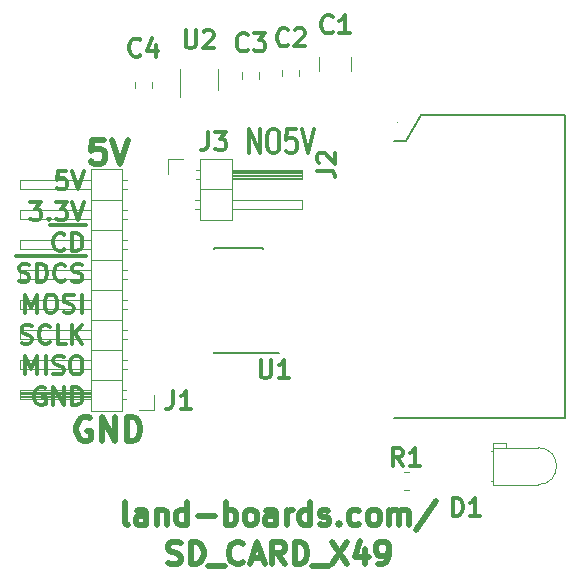
<source format=gto>
G04 #@! TF.GenerationSoftware,KiCad,Pcbnew,(5.1.10)-1*
G04 #@! TF.CreationDate,2022-05-02T10:13:03-04:00*
G04 #@! TF.ProjectId,SD_CARD_X49,53445f43-4152-4445-9f58-34392e6b6963,1*
G04 #@! TF.SameCoordinates,Original*
G04 #@! TF.FileFunction,Legend,Top*
G04 #@! TF.FilePolarity,Positive*
%FSLAX46Y46*%
G04 Gerber Fmt 4.6, Leading zero omitted, Abs format (unit mm)*
G04 Created by KiCad (PCBNEW (5.1.10)-1) date 2022-05-02 10:13:03*
%MOMM*%
%LPD*%
G01*
G04 APERTURE LIST*
%ADD10C,0.304800*%
%ADD11C,0.476250*%
%ADD12C,0.508000*%
%ADD13C,0.120000*%
%ADD14C,0.010000*%
%ADD15C,0.150000*%
G04 APERTURE END LIST*
D10*
X31931428Y-23017238D02*
X31931428Y-20985238D01*
X32802285Y-23017238D01*
X32802285Y-20985238D01*
X33818285Y-20985238D02*
X34108571Y-20985238D01*
X34253714Y-21082000D01*
X34398857Y-21275523D01*
X34471428Y-21662571D01*
X34471428Y-22339904D01*
X34398857Y-22726952D01*
X34253714Y-22920476D01*
X34108571Y-23017238D01*
X33818285Y-23017238D01*
X33673142Y-22920476D01*
X33528000Y-22726952D01*
X33455428Y-22339904D01*
X33455428Y-21662571D01*
X33528000Y-21275523D01*
X33673142Y-21082000D01*
X33818285Y-20985238D01*
X35850285Y-20985238D02*
X35124571Y-20985238D01*
X35052000Y-21952857D01*
X35124571Y-21856095D01*
X35269714Y-21759333D01*
X35632571Y-21759333D01*
X35777714Y-21856095D01*
X35850285Y-21952857D01*
X35922857Y-22146380D01*
X35922857Y-22630190D01*
X35850285Y-22823714D01*
X35777714Y-22920476D01*
X35632571Y-23017238D01*
X35269714Y-23017238D01*
X35124571Y-22920476D01*
X35052000Y-22823714D01*
X36358285Y-20985238D02*
X36866285Y-23017238D01*
X37374285Y-20985238D01*
X16420737Y-24567998D02*
X15695022Y-24567998D01*
X15622451Y-25299760D01*
X15695022Y-25226584D01*
X15840165Y-25153408D01*
X16203022Y-25153408D01*
X16348165Y-25226584D01*
X16420737Y-25299760D01*
X16493308Y-25446113D01*
X16493308Y-25811994D01*
X16420737Y-25958346D01*
X16348165Y-26031522D01*
X16203022Y-26104698D01*
X15840165Y-26104698D01*
X15695022Y-26031522D01*
X15622451Y-25958346D01*
X16928737Y-24567998D02*
X17436737Y-26104698D01*
X17944737Y-24567998D01*
X13372737Y-27177848D02*
X14316165Y-27177848D01*
X13808165Y-27763258D01*
X14025880Y-27763258D01*
X14171022Y-27836434D01*
X14243594Y-27909610D01*
X14316165Y-28055963D01*
X14316165Y-28421844D01*
X14243594Y-28568196D01*
X14171022Y-28641372D01*
X14025880Y-28714548D01*
X13590451Y-28714548D01*
X13445308Y-28641372D01*
X13372737Y-28568196D01*
X14969308Y-28568196D02*
X15041880Y-28641372D01*
X14969308Y-28714548D01*
X14896737Y-28641372D01*
X14969308Y-28568196D01*
X14969308Y-28714548D01*
X15549880Y-27177848D02*
X16493308Y-27177848D01*
X15985308Y-27763258D01*
X16203022Y-27763258D01*
X16348165Y-27836434D01*
X16420737Y-27909610D01*
X16493308Y-28055963D01*
X16493308Y-28421844D01*
X16420737Y-28568196D01*
X16348165Y-28641372D01*
X16203022Y-28714548D01*
X15767594Y-28714548D01*
X15622451Y-28641372D01*
X15549880Y-28568196D01*
X16928737Y-27177848D02*
X17436737Y-28714548D01*
X17944737Y-27177848D01*
X15041880Y-29126561D02*
X16565880Y-29126561D01*
X16275594Y-31178046D02*
X16203022Y-31251222D01*
X15985308Y-31324398D01*
X15840165Y-31324398D01*
X15622451Y-31251222D01*
X15477308Y-31104870D01*
X15404737Y-30958517D01*
X15332165Y-30665813D01*
X15332165Y-30446284D01*
X15404737Y-30153579D01*
X15477308Y-30007227D01*
X15622451Y-29860875D01*
X15840165Y-29787698D01*
X15985308Y-29787698D01*
X16203022Y-29860875D01*
X16275594Y-29934051D01*
X16565880Y-29126561D02*
X18089880Y-29126561D01*
X16928737Y-31324398D02*
X16928737Y-29787698D01*
X17291594Y-29787698D01*
X17509308Y-29860875D01*
X17654451Y-30007227D01*
X17727022Y-30153579D01*
X17799594Y-30446284D01*
X17799594Y-30665813D01*
X17727022Y-30958517D01*
X17654451Y-31104870D01*
X17509308Y-31251222D01*
X17291594Y-31324398D01*
X16928737Y-31324398D01*
X12139022Y-31736411D02*
X13590451Y-31736411D01*
X12429308Y-33861072D02*
X12647022Y-33934248D01*
X13009880Y-33934248D01*
X13155022Y-33861072D01*
X13227594Y-33787896D01*
X13300165Y-33641544D01*
X13300165Y-33495191D01*
X13227594Y-33348839D01*
X13155022Y-33275663D01*
X13009880Y-33202486D01*
X12719594Y-33129310D01*
X12574451Y-33056134D01*
X12501880Y-32982958D01*
X12429308Y-32836605D01*
X12429308Y-32690253D01*
X12501880Y-32543901D01*
X12574451Y-32470725D01*
X12719594Y-32397548D01*
X13082451Y-32397548D01*
X13300165Y-32470725D01*
X13590451Y-31736411D02*
X15114451Y-31736411D01*
X13953308Y-33934248D02*
X13953308Y-32397548D01*
X14316165Y-32397548D01*
X14533880Y-32470725D01*
X14679022Y-32617077D01*
X14751594Y-32763429D01*
X14824165Y-33056134D01*
X14824165Y-33275663D01*
X14751594Y-33568367D01*
X14679022Y-33714720D01*
X14533880Y-33861072D01*
X14316165Y-33934248D01*
X13953308Y-33934248D01*
X15114451Y-31736411D02*
X16638451Y-31736411D01*
X16348165Y-33787896D02*
X16275594Y-33861072D01*
X16057880Y-33934248D01*
X15912737Y-33934248D01*
X15695022Y-33861072D01*
X15549880Y-33714720D01*
X15477308Y-33568367D01*
X15404737Y-33275663D01*
X15404737Y-33056134D01*
X15477308Y-32763429D01*
X15549880Y-32617077D01*
X15695022Y-32470725D01*
X15912737Y-32397548D01*
X16057880Y-32397548D01*
X16275594Y-32470725D01*
X16348165Y-32543901D01*
X16638451Y-31736411D02*
X18089880Y-31736411D01*
X16928737Y-33861072D02*
X17146451Y-33934248D01*
X17509308Y-33934248D01*
X17654451Y-33861072D01*
X17727022Y-33787896D01*
X17799594Y-33641544D01*
X17799594Y-33495191D01*
X17727022Y-33348839D01*
X17654451Y-33275663D01*
X17509308Y-33202486D01*
X17219022Y-33129310D01*
X17073880Y-33056134D01*
X17001308Y-32982958D01*
X16928737Y-32836605D01*
X16928737Y-32690253D01*
X17001308Y-32543901D01*
X17073880Y-32470725D01*
X17219022Y-32397548D01*
X17581880Y-32397548D01*
X17799594Y-32470725D01*
X12937308Y-36544098D02*
X12937308Y-35007398D01*
X13445308Y-36105041D01*
X13953308Y-35007398D01*
X13953308Y-36544098D01*
X14969308Y-35007398D02*
X15259594Y-35007398D01*
X15404737Y-35080575D01*
X15549880Y-35226927D01*
X15622451Y-35519632D01*
X15622451Y-36031865D01*
X15549880Y-36324570D01*
X15404737Y-36470922D01*
X15259594Y-36544098D01*
X14969308Y-36544098D01*
X14824165Y-36470922D01*
X14679022Y-36324570D01*
X14606451Y-36031865D01*
X14606451Y-35519632D01*
X14679022Y-35226927D01*
X14824165Y-35080575D01*
X14969308Y-35007398D01*
X16203022Y-36470922D02*
X16420737Y-36544098D01*
X16783594Y-36544098D01*
X16928737Y-36470922D01*
X17001308Y-36397746D01*
X17073880Y-36251394D01*
X17073880Y-36105041D01*
X17001308Y-35958689D01*
X16928737Y-35885513D01*
X16783594Y-35812336D01*
X16493308Y-35739160D01*
X16348165Y-35665984D01*
X16275594Y-35592808D01*
X16203022Y-35446455D01*
X16203022Y-35300103D01*
X16275594Y-35153751D01*
X16348165Y-35080575D01*
X16493308Y-35007398D01*
X16856165Y-35007398D01*
X17073880Y-35080575D01*
X17727022Y-36544098D02*
X17727022Y-35007398D01*
X12647022Y-39080772D02*
X12864737Y-39153948D01*
X13227594Y-39153948D01*
X13372737Y-39080772D01*
X13445308Y-39007596D01*
X13517879Y-38861244D01*
X13517879Y-38714891D01*
X13445308Y-38568539D01*
X13372737Y-38495363D01*
X13227594Y-38422186D01*
X12937308Y-38349010D01*
X12792165Y-38275834D01*
X12719594Y-38202658D01*
X12647022Y-38056305D01*
X12647022Y-37909953D01*
X12719594Y-37763601D01*
X12792165Y-37690425D01*
X12937308Y-37617248D01*
X13300165Y-37617248D01*
X13517879Y-37690425D01*
X15041880Y-39007596D02*
X14969308Y-39080772D01*
X14751594Y-39153948D01*
X14606451Y-39153948D01*
X14388737Y-39080772D01*
X14243594Y-38934420D01*
X14171022Y-38788067D01*
X14098451Y-38495363D01*
X14098451Y-38275834D01*
X14171022Y-37983129D01*
X14243594Y-37836777D01*
X14388737Y-37690425D01*
X14606451Y-37617248D01*
X14751594Y-37617248D01*
X14969308Y-37690425D01*
X15041880Y-37763601D01*
X16420737Y-39153948D02*
X15695022Y-39153948D01*
X15695022Y-37617248D01*
X16928737Y-39153948D02*
X16928737Y-37617248D01*
X17799594Y-39153948D02*
X17146451Y-38275834D01*
X17799594Y-37617248D02*
X16928737Y-38495363D01*
X12937308Y-41763798D02*
X12937308Y-40227098D01*
X13445308Y-41324741D01*
X13953308Y-40227098D01*
X13953308Y-41763798D01*
X14679022Y-41763798D02*
X14679022Y-40227098D01*
X15332165Y-41690622D02*
X15549880Y-41763798D01*
X15912737Y-41763798D01*
X16057880Y-41690622D01*
X16130451Y-41617446D01*
X16203022Y-41471094D01*
X16203022Y-41324741D01*
X16130451Y-41178389D01*
X16057880Y-41105213D01*
X15912737Y-41032036D01*
X15622451Y-40958860D01*
X15477308Y-40885684D01*
X15404737Y-40812508D01*
X15332165Y-40666155D01*
X15332165Y-40519803D01*
X15404737Y-40373451D01*
X15477308Y-40300275D01*
X15622451Y-40227098D01*
X15985308Y-40227098D01*
X16203022Y-40300275D01*
X17146451Y-40227098D02*
X17436737Y-40227098D01*
X17581880Y-40300275D01*
X17727022Y-40446627D01*
X17799594Y-40739332D01*
X17799594Y-41251565D01*
X17727022Y-41544270D01*
X17581880Y-41690622D01*
X17436737Y-41763798D01*
X17146451Y-41763798D01*
X17001308Y-41690622D01*
X16856165Y-41544270D01*
X16783594Y-41251565D01*
X16783594Y-40739332D01*
X16856165Y-40446627D01*
X17001308Y-40300275D01*
X17146451Y-40227098D01*
X14606451Y-42910125D02*
X14461308Y-42836948D01*
X14243594Y-42836948D01*
X14025880Y-42910125D01*
X13880737Y-43056477D01*
X13808165Y-43202829D01*
X13735594Y-43495534D01*
X13735594Y-43715063D01*
X13808165Y-44007767D01*
X13880737Y-44154120D01*
X14025880Y-44300472D01*
X14243594Y-44373648D01*
X14388737Y-44373648D01*
X14606451Y-44300472D01*
X14679022Y-44227296D01*
X14679022Y-43715063D01*
X14388737Y-43715063D01*
X15332165Y-44373648D02*
X15332165Y-42836948D01*
X16203022Y-44373648D01*
X16203022Y-42836948D01*
X16928737Y-44373648D02*
X16928737Y-42836948D01*
X17291594Y-42836948D01*
X17509308Y-42910125D01*
X17654451Y-43056477D01*
X17727022Y-43202829D01*
X17799594Y-43495534D01*
X17799594Y-43715063D01*
X17727022Y-44007767D01*
X17654451Y-44154120D01*
X17509308Y-44300472D01*
X17291594Y-44373648D01*
X16928737Y-44373648D01*
D11*
X21654642Y-54494910D02*
X21473214Y-54404196D01*
X21382499Y-54222767D01*
X21382499Y-52589910D01*
X23196785Y-54494910D02*
X23196785Y-53497053D01*
X23106071Y-53315625D01*
X22924642Y-53224910D01*
X22561785Y-53224910D01*
X22380357Y-53315625D01*
X23196785Y-54404196D02*
X23015357Y-54494910D01*
X22561785Y-54494910D01*
X22380357Y-54404196D01*
X22289642Y-54222767D01*
X22289642Y-54041339D01*
X22380357Y-53859910D01*
X22561785Y-53769196D01*
X23015357Y-53769196D01*
X23196785Y-53678482D01*
X24103928Y-53224910D02*
X24103928Y-54494910D01*
X24103928Y-53406339D02*
X24194642Y-53315625D01*
X24376071Y-53224910D01*
X24648214Y-53224910D01*
X24829642Y-53315625D01*
X24920357Y-53497053D01*
X24920357Y-54494910D01*
X26643928Y-54494910D02*
X26643928Y-52589910D01*
X26643928Y-54404196D02*
X26462499Y-54494910D01*
X26099642Y-54494910D01*
X25918214Y-54404196D01*
X25827499Y-54313482D01*
X25736785Y-54132053D01*
X25736785Y-53587767D01*
X25827499Y-53406339D01*
X25918214Y-53315625D01*
X26099642Y-53224910D01*
X26462499Y-53224910D01*
X26643928Y-53315625D01*
X27551071Y-53769196D02*
X29002499Y-53769196D01*
X29909642Y-54494910D02*
X29909642Y-52589910D01*
X29909642Y-53315625D02*
X30091071Y-53224910D01*
X30453928Y-53224910D01*
X30635357Y-53315625D01*
X30726071Y-53406339D01*
X30816785Y-53587767D01*
X30816785Y-54132053D01*
X30726071Y-54313482D01*
X30635357Y-54404196D01*
X30453928Y-54494910D01*
X30091071Y-54494910D01*
X29909642Y-54404196D01*
X31905357Y-54494910D02*
X31723928Y-54404196D01*
X31633214Y-54313482D01*
X31542499Y-54132053D01*
X31542499Y-53587767D01*
X31633214Y-53406339D01*
X31723928Y-53315625D01*
X31905357Y-53224910D01*
X32177499Y-53224910D01*
X32358928Y-53315625D01*
X32449642Y-53406339D01*
X32540357Y-53587767D01*
X32540357Y-54132053D01*
X32449642Y-54313482D01*
X32358928Y-54404196D01*
X32177499Y-54494910D01*
X31905357Y-54494910D01*
X34173214Y-54494910D02*
X34173214Y-53497053D01*
X34082500Y-53315625D01*
X33901071Y-53224910D01*
X33538214Y-53224910D01*
X33356785Y-53315625D01*
X34173214Y-54404196D02*
X33991785Y-54494910D01*
X33538214Y-54494910D01*
X33356785Y-54404196D01*
X33266071Y-54222767D01*
X33266071Y-54041339D01*
X33356785Y-53859910D01*
X33538214Y-53769196D01*
X33991785Y-53769196D01*
X34173214Y-53678482D01*
X35080357Y-54494910D02*
X35080357Y-53224910D01*
X35080357Y-53587767D02*
X35171071Y-53406339D01*
X35261785Y-53315625D01*
X35443214Y-53224910D01*
X35624642Y-53224910D01*
X37076071Y-54494910D02*
X37076071Y-52589910D01*
X37076071Y-54404196D02*
X36894642Y-54494910D01*
X36531785Y-54494910D01*
X36350357Y-54404196D01*
X36259642Y-54313482D01*
X36168928Y-54132053D01*
X36168928Y-53587767D01*
X36259642Y-53406339D01*
X36350357Y-53315625D01*
X36531785Y-53224910D01*
X36894642Y-53224910D01*
X37076071Y-53315625D01*
X37892500Y-54404196D02*
X38073928Y-54494910D01*
X38436785Y-54494910D01*
X38618214Y-54404196D01*
X38708928Y-54222767D01*
X38708928Y-54132053D01*
X38618214Y-53950625D01*
X38436785Y-53859910D01*
X38164642Y-53859910D01*
X37983214Y-53769196D01*
X37892500Y-53587767D01*
X37892500Y-53497053D01*
X37983214Y-53315625D01*
X38164642Y-53224910D01*
X38436785Y-53224910D01*
X38618214Y-53315625D01*
X39525357Y-54313482D02*
X39616071Y-54404196D01*
X39525357Y-54494910D01*
X39434642Y-54404196D01*
X39525357Y-54313482D01*
X39525357Y-54494910D01*
X41248928Y-54404196D02*
X41067500Y-54494910D01*
X40704642Y-54494910D01*
X40523214Y-54404196D01*
X40432500Y-54313482D01*
X40341785Y-54132053D01*
X40341785Y-53587767D01*
X40432500Y-53406339D01*
X40523214Y-53315625D01*
X40704642Y-53224910D01*
X41067500Y-53224910D01*
X41248928Y-53315625D01*
X42337500Y-54494910D02*
X42156071Y-54404196D01*
X42065357Y-54313482D01*
X41974642Y-54132053D01*
X41974642Y-53587767D01*
X42065357Y-53406339D01*
X42156071Y-53315625D01*
X42337500Y-53224910D01*
X42609642Y-53224910D01*
X42791071Y-53315625D01*
X42881785Y-53406339D01*
X42972500Y-53587767D01*
X42972500Y-54132053D01*
X42881785Y-54313482D01*
X42791071Y-54404196D01*
X42609642Y-54494910D01*
X42337500Y-54494910D01*
X43788928Y-54494910D02*
X43788928Y-53224910D01*
X43788928Y-53406339D02*
X43879642Y-53315625D01*
X44061071Y-53224910D01*
X44333214Y-53224910D01*
X44514642Y-53315625D01*
X44605357Y-53497053D01*
X44605357Y-54494910D01*
X44605357Y-53497053D02*
X44696071Y-53315625D01*
X44877500Y-53224910D01*
X45149642Y-53224910D01*
X45331071Y-53315625D01*
X45421785Y-53497053D01*
X45421785Y-54494910D01*
X47689642Y-52499196D02*
X46056785Y-54948482D01*
X25056428Y-57737946D02*
X25328571Y-57828660D01*
X25782142Y-57828660D01*
X25963571Y-57737946D01*
X26054285Y-57647232D01*
X26145000Y-57465803D01*
X26145000Y-57284375D01*
X26054285Y-57102946D01*
X25963571Y-57012232D01*
X25782142Y-56921517D01*
X25419285Y-56830803D01*
X25237857Y-56740089D01*
X25147142Y-56649375D01*
X25056428Y-56467946D01*
X25056428Y-56286517D01*
X25147142Y-56105089D01*
X25237857Y-56014375D01*
X25419285Y-55923660D01*
X25872857Y-55923660D01*
X26145000Y-56014375D01*
X26961428Y-57828660D02*
X26961428Y-55923660D01*
X27415000Y-55923660D01*
X27687142Y-56014375D01*
X27868571Y-56195803D01*
X27959285Y-56377232D01*
X28050000Y-56740089D01*
X28050000Y-57012232D01*
X27959285Y-57375089D01*
X27868571Y-57556517D01*
X27687142Y-57737946D01*
X27415000Y-57828660D01*
X26961428Y-57828660D01*
X28412857Y-58010089D02*
X29864285Y-58010089D01*
X31406428Y-57647232D02*
X31315714Y-57737946D01*
X31043571Y-57828660D01*
X30862142Y-57828660D01*
X30590000Y-57737946D01*
X30408571Y-57556517D01*
X30317857Y-57375089D01*
X30227142Y-57012232D01*
X30227142Y-56740089D01*
X30317857Y-56377232D01*
X30408571Y-56195803D01*
X30590000Y-56014375D01*
X30862142Y-55923660D01*
X31043571Y-55923660D01*
X31315714Y-56014375D01*
X31406428Y-56105089D01*
X32132142Y-57284375D02*
X33039285Y-57284375D01*
X31950714Y-57828660D02*
X32585714Y-55923660D01*
X33220714Y-57828660D01*
X34944285Y-57828660D02*
X34309285Y-56921517D01*
X33855714Y-57828660D02*
X33855714Y-55923660D01*
X34581428Y-55923660D01*
X34762857Y-56014375D01*
X34853571Y-56105089D01*
X34944285Y-56286517D01*
X34944285Y-56558660D01*
X34853571Y-56740089D01*
X34762857Y-56830803D01*
X34581428Y-56921517D01*
X33855714Y-56921517D01*
X35760714Y-57828660D02*
X35760714Y-55923660D01*
X36214285Y-55923660D01*
X36486428Y-56014375D01*
X36667857Y-56195803D01*
X36758571Y-56377232D01*
X36849285Y-56740089D01*
X36849285Y-57012232D01*
X36758571Y-57375089D01*
X36667857Y-57556517D01*
X36486428Y-57737946D01*
X36214285Y-57828660D01*
X35760714Y-57828660D01*
X37212142Y-58010089D02*
X38663571Y-58010089D01*
X38935714Y-55923660D02*
X40205714Y-57828660D01*
X40205714Y-55923660D02*
X38935714Y-57828660D01*
X41747857Y-56558660D02*
X41747857Y-57828660D01*
X41294285Y-55832946D02*
X40840714Y-57193660D01*
X42020000Y-57193660D01*
X42836428Y-57828660D02*
X43199285Y-57828660D01*
X43380714Y-57737946D01*
X43471428Y-57647232D01*
X43652857Y-57375089D01*
X43743571Y-57012232D01*
X43743571Y-56286517D01*
X43652857Y-56105089D01*
X43562142Y-56014375D01*
X43380714Y-55923660D01*
X43017857Y-55923660D01*
X42836428Y-56014375D01*
X42745714Y-56105089D01*
X42655000Y-56286517D01*
X42655000Y-56740089D01*
X42745714Y-56921517D01*
X42836428Y-57012232D01*
X43017857Y-57102946D01*
X43380714Y-57102946D01*
X43562142Y-57012232D01*
X43652857Y-56921517D01*
X43743571Y-56740089D01*
D12*
X18451809Y-45484000D02*
X18258285Y-45387238D01*
X17968000Y-45387238D01*
X17677714Y-45484000D01*
X17484190Y-45677523D01*
X17387428Y-45871047D01*
X17290666Y-46258095D01*
X17290666Y-46548380D01*
X17387428Y-46935428D01*
X17484190Y-47128952D01*
X17677714Y-47322476D01*
X17968000Y-47419238D01*
X18161523Y-47419238D01*
X18451809Y-47322476D01*
X18548571Y-47225714D01*
X18548571Y-46548380D01*
X18161523Y-46548380D01*
X19419428Y-47419238D02*
X19419428Y-45387238D01*
X20580571Y-47419238D01*
X20580571Y-45387238D01*
X21548190Y-47419238D02*
X21548190Y-45387238D01*
X22032000Y-45387238D01*
X22322285Y-45484000D01*
X22515809Y-45677523D01*
X22612571Y-45871047D01*
X22709333Y-46258095D01*
X22709333Y-46548380D01*
X22612571Y-46935428D01*
X22515809Y-47128952D01*
X22322285Y-47322476D01*
X22032000Y-47419238D01*
X21548190Y-47419238D01*
X19612952Y-21887238D02*
X18645333Y-21887238D01*
X18548571Y-22854857D01*
X18645333Y-22758095D01*
X18838857Y-22661333D01*
X19322666Y-22661333D01*
X19516190Y-22758095D01*
X19612952Y-22854857D01*
X19709714Y-23048380D01*
X19709714Y-23532190D01*
X19612952Y-23725714D01*
X19516190Y-23822476D01*
X19322666Y-23919238D01*
X18838857Y-23919238D01*
X18645333Y-23822476D01*
X18548571Y-23725714D01*
X20290285Y-21887238D02*
X20967619Y-23919238D01*
X21644952Y-21887238D01*
D13*
X52388000Y-48260000D02*
X52388000Y-48260000D01*
X52518000Y-48260000D02*
X52388000Y-48260000D01*
X52518000Y-48260000D02*
X52518000Y-48260000D01*
X52388000Y-48260000D02*
X52518000Y-48260000D01*
X52388000Y-50800000D02*
X52388000Y-50800000D01*
X52518000Y-50800000D02*
X52388000Y-50800000D01*
X52518000Y-50800000D02*
X52518000Y-50800000D01*
X52388000Y-50800000D02*
X52518000Y-50800000D01*
X52518000Y-47970000D02*
X52518000Y-47570000D01*
X53638000Y-47970000D02*
X52518000Y-47970000D01*
X53638000Y-47570000D02*
X53638000Y-47970000D01*
X52518000Y-47570000D02*
X53638000Y-47570000D01*
X52518000Y-51090000D02*
X52518000Y-47970000D01*
X52518000Y-47970000D02*
X56378000Y-47970000D01*
X52518000Y-51090000D02*
X56378000Y-51090000D01*
X56378000Y-47970000D02*
G75*
G02*
X56378000Y-51090000I0J-1560000D01*
G01*
D14*
X44408000Y-20407000D02*
X44398000Y-20407000D01*
D15*
X45212000Y-21971000D02*
X44196000Y-21971000D01*
X46482000Y-19812000D02*
X45212000Y-21971000D01*
X55753000Y-19812000D02*
X46482000Y-19812000D01*
X44196000Y-45466000D02*
X55753000Y-45466000D01*
X58674000Y-19812000D02*
X55753000Y-19812000D01*
X58674000Y-19939000D02*
X58674000Y-19812000D01*
X58674000Y-45466000D02*
X58674000Y-19939000D01*
X55753000Y-45466000D02*
X58674000Y-45466000D01*
D13*
X26076000Y-15864000D02*
X26076000Y-18314000D01*
X29296000Y-17664000D02*
X29296000Y-15864000D01*
X23870000Y-44770000D02*
X22600000Y-44770000D01*
X23870000Y-43500000D02*
X23870000Y-44770000D01*
X21557071Y-25340000D02*
X21160000Y-25340000D01*
X21557071Y-26100000D02*
X21160000Y-26100000D01*
X12500000Y-25340000D02*
X18500000Y-25340000D01*
X12500000Y-26100000D02*
X12500000Y-25340000D01*
X18500000Y-26100000D02*
X12500000Y-26100000D01*
X21160000Y-26990000D02*
X18500000Y-26990000D01*
X21557071Y-27880000D02*
X21160000Y-27880000D01*
X21557071Y-28640000D02*
X21160000Y-28640000D01*
X12500000Y-27880000D02*
X18500000Y-27880000D01*
X12500000Y-28640000D02*
X12500000Y-27880000D01*
X18500000Y-28640000D02*
X12500000Y-28640000D01*
X21160000Y-29530000D02*
X18500000Y-29530000D01*
X21557071Y-30420000D02*
X21160000Y-30420000D01*
X21557071Y-31180000D02*
X21160000Y-31180000D01*
X12500000Y-30420000D02*
X18500000Y-30420000D01*
X12500000Y-31180000D02*
X12500000Y-30420000D01*
X18500000Y-31180000D02*
X12500000Y-31180000D01*
X21160000Y-32070000D02*
X18500000Y-32070000D01*
X21557071Y-32960000D02*
X21160000Y-32960000D01*
X21557071Y-33720000D02*
X21160000Y-33720000D01*
X12500000Y-32960000D02*
X18500000Y-32960000D01*
X12500000Y-33720000D02*
X12500000Y-32960000D01*
X18500000Y-33720000D02*
X12500000Y-33720000D01*
X21160000Y-34610000D02*
X18500000Y-34610000D01*
X21557071Y-35500000D02*
X21160000Y-35500000D01*
X21557071Y-36260000D02*
X21160000Y-36260000D01*
X12500000Y-35500000D02*
X18500000Y-35500000D01*
X12500000Y-36260000D02*
X12500000Y-35500000D01*
X18500000Y-36260000D02*
X12500000Y-36260000D01*
X21160000Y-37150000D02*
X18500000Y-37150000D01*
X21557071Y-38040000D02*
X21160000Y-38040000D01*
X21557071Y-38800000D02*
X21160000Y-38800000D01*
X12500000Y-38040000D02*
X18500000Y-38040000D01*
X12500000Y-38800000D02*
X12500000Y-38040000D01*
X18500000Y-38800000D02*
X12500000Y-38800000D01*
X21160000Y-39690000D02*
X18500000Y-39690000D01*
X21557071Y-40580000D02*
X21160000Y-40580000D01*
X21557071Y-41340000D02*
X21160000Y-41340000D01*
X12500000Y-40580000D02*
X18500000Y-40580000D01*
X12500000Y-41340000D02*
X12500000Y-40580000D01*
X18500000Y-41340000D02*
X12500000Y-41340000D01*
X21160000Y-42230000D02*
X18500000Y-42230000D01*
X21490000Y-43120000D02*
X21160000Y-43120000D01*
X21490000Y-43880000D02*
X21160000Y-43880000D01*
X18500000Y-43220000D02*
X12500000Y-43220000D01*
X18500000Y-43340000D02*
X12500000Y-43340000D01*
X18500000Y-43460000D02*
X12500000Y-43460000D01*
X18500000Y-43580000D02*
X12500000Y-43580000D01*
X18500000Y-43700000D02*
X12500000Y-43700000D01*
X18500000Y-43820000D02*
X12500000Y-43820000D01*
X12500000Y-43120000D02*
X18500000Y-43120000D01*
X12500000Y-43880000D02*
X12500000Y-43120000D01*
X18500000Y-43880000D02*
X12500000Y-43880000D01*
X18500000Y-44830000D02*
X21160000Y-44830000D01*
X18500000Y-24390000D02*
X18500000Y-44830000D01*
X21160000Y-24390000D02*
X18500000Y-24390000D01*
X21160000Y-44830000D02*
X21160000Y-24390000D01*
D15*
X33075000Y-39925000D02*
X34450000Y-39925000D01*
X33075000Y-31050000D02*
X28925000Y-31050000D01*
X33075000Y-39950000D02*
X28925000Y-39950000D01*
X33075000Y-31050000D02*
X33075000Y-31165000D01*
X28925000Y-31050000D02*
X28925000Y-31165000D01*
X28925000Y-39950000D02*
X28925000Y-39835000D01*
X33075000Y-39950000D02*
X33075000Y-39925000D01*
D13*
X25055001Y-23555001D02*
X26325001Y-23555001D01*
X25055001Y-24825001D02*
X25055001Y-23555001D01*
X27367930Y-27745001D02*
X27765001Y-27745001D01*
X27367930Y-26985001D02*
X27765001Y-26985001D01*
X36425001Y-27745001D02*
X30425001Y-27745001D01*
X36425001Y-26985001D02*
X36425001Y-27745001D01*
X30425001Y-26985001D02*
X36425001Y-26985001D01*
X27765001Y-26095001D02*
X30425001Y-26095001D01*
X27435001Y-25205001D02*
X27765001Y-25205001D01*
X27435001Y-24445001D02*
X27765001Y-24445001D01*
X30425001Y-25105001D02*
X36425001Y-25105001D01*
X30425001Y-24985001D02*
X36425001Y-24985001D01*
X30425001Y-24865001D02*
X36425001Y-24865001D01*
X30425001Y-24745001D02*
X36425001Y-24745001D01*
X30425001Y-24625001D02*
X36425001Y-24625001D01*
X30425001Y-24505001D02*
X36425001Y-24505001D01*
X36425001Y-25205001D02*
X30425001Y-25205001D01*
X36425001Y-24445001D02*
X36425001Y-25205001D01*
X30425001Y-24445001D02*
X36425001Y-24445001D01*
X30425001Y-23495001D02*
X27765001Y-23495001D01*
X30425001Y-28695001D02*
X30425001Y-23495001D01*
X27765001Y-28695001D02*
X30425001Y-28695001D01*
X27765001Y-23495001D02*
X27765001Y-28695001D01*
X36122280Y-15974428D02*
X36122280Y-16496932D01*
X34652280Y-15974428D02*
X34652280Y-16496932D01*
X31296940Y-16190328D02*
X31296940Y-16712832D01*
X32766940Y-16190328D02*
X32766940Y-16712832D01*
X22233000Y-16980748D02*
X22233000Y-17503252D01*
X23703000Y-16980748D02*
X23703000Y-17503252D01*
X44984936Y-50065000D02*
X45439064Y-50065000D01*
X44984936Y-51535000D02*
X45439064Y-51535000D01*
X37855060Y-14874156D02*
X37855060Y-16078284D01*
X40575060Y-14874156D02*
X40575060Y-16078284D01*
D10*
X49149362Y-53744948D02*
X49149362Y-52220948D01*
X49512220Y-52220948D01*
X49729934Y-52293520D01*
X49875077Y-52438662D01*
X49947648Y-52583805D01*
X50020220Y-52874091D01*
X50020220Y-53091805D01*
X49947648Y-53382091D01*
X49875077Y-53527234D01*
X49729934Y-53672377D01*
X49512220Y-53744948D01*
X49149362Y-53744948D01*
X51471648Y-53744948D02*
X50600791Y-53744948D01*
X51036220Y-53744948D02*
X51036220Y-52220948D01*
X50891077Y-52438662D01*
X50745934Y-52583805D01*
X50600791Y-52656377D01*
X37665428Y-24508000D02*
X38754000Y-24508000D01*
X38971714Y-24580571D01*
X39116857Y-24725714D01*
X39189428Y-24943428D01*
X39189428Y-25088571D01*
X37810571Y-23854857D02*
X37738000Y-23782285D01*
X37665428Y-23637142D01*
X37665428Y-23274285D01*
X37738000Y-23129142D01*
X37810571Y-23056571D01*
X37955714Y-22984000D01*
X38100857Y-22984000D01*
X38318571Y-23056571D01*
X39189428Y-23927428D01*
X39189428Y-22984000D01*
X26524857Y-12627428D02*
X26524857Y-13861142D01*
X26597428Y-14006285D01*
X26670000Y-14078857D01*
X26815142Y-14151428D01*
X27105428Y-14151428D01*
X27250571Y-14078857D01*
X27323142Y-14006285D01*
X27395714Y-13861142D01*
X27395714Y-12627428D01*
X28048857Y-12772571D02*
X28121428Y-12700000D01*
X28266571Y-12627428D01*
X28629428Y-12627428D01*
X28774571Y-12700000D01*
X28847142Y-12772571D01*
X28919714Y-12917714D01*
X28919714Y-13062857D01*
X28847142Y-13280571D01*
X27976285Y-14151428D01*
X28919714Y-14151428D01*
X25492000Y-43165428D02*
X25492000Y-44254000D01*
X25419428Y-44471714D01*
X25274285Y-44616857D01*
X25056571Y-44689428D01*
X24911428Y-44689428D01*
X27016000Y-44689428D02*
X26145142Y-44689428D01*
X26580571Y-44689428D02*
X26580571Y-43165428D01*
X26435428Y-43383142D01*
X26290285Y-43528285D01*
X26145142Y-43600857D01*
X32874857Y-40567428D02*
X32874857Y-41801142D01*
X32947428Y-41946285D01*
X33020000Y-42018857D01*
X33165142Y-42091428D01*
X33455428Y-42091428D01*
X33600571Y-42018857D01*
X33673142Y-41946285D01*
X33745714Y-41801142D01*
X33745714Y-40567428D01*
X35269714Y-42091428D02*
X34398857Y-42091428D01*
X34834285Y-42091428D02*
X34834285Y-40567428D01*
X34689142Y-40785142D01*
X34544000Y-40930285D01*
X34398857Y-41002857D01*
X28448000Y-21263428D02*
X28448000Y-22352000D01*
X28375428Y-22569714D01*
X28230285Y-22714857D01*
X28012571Y-22787428D01*
X27867428Y-22787428D01*
X29028571Y-21263428D02*
X29972000Y-21263428D01*
X29464000Y-21844000D01*
X29681714Y-21844000D01*
X29826857Y-21916571D01*
X29899428Y-21989142D01*
X29972000Y-22134285D01*
X29972000Y-22497142D01*
X29899428Y-22642285D01*
X29826857Y-22714857D01*
X29681714Y-22787428D01*
X29246285Y-22787428D01*
X29101142Y-22714857D01*
X29028571Y-22642285D01*
X35196780Y-13843725D02*
X35124208Y-13916297D01*
X34906494Y-13988868D01*
X34761351Y-13988868D01*
X34543637Y-13916297D01*
X34398494Y-13771154D01*
X34325922Y-13626011D01*
X34253351Y-13335725D01*
X34253351Y-13118011D01*
X34325922Y-12827725D01*
X34398494Y-12682582D01*
X34543637Y-12537440D01*
X34761351Y-12464868D01*
X34906494Y-12464868D01*
X35124208Y-12537440D01*
X35196780Y-12610011D01*
X35777351Y-12610011D02*
X35849922Y-12537440D01*
X35995065Y-12464868D01*
X36357922Y-12464868D01*
X36503065Y-12537440D01*
X36575637Y-12610011D01*
X36648208Y-12755154D01*
X36648208Y-12900297D01*
X36575637Y-13118011D01*
X35704780Y-13988868D01*
X36648208Y-13988868D01*
X31790640Y-14278065D02*
X31718068Y-14350637D01*
X31500354Y-14423208D01*
X31355211Y-14423208D01*
X31137497Y-14350637D01*
X30992354Y-14205494D01*
X30919782Y-14060351D01*
X30847211Y-13770065D01*
X30847211Y-13552351D01*
X30919782Y-13262065D01*
X30992354Y-13116922D01*
X31137497Y-12971780D01*
X31355211Y-12899208D01*
X31500354Y-12899208D01*
X31718068Y-12971780D01*
X31790640Y-13044351D01*
X32298640Y-12899208D02*
X33242068Y-12899208D01*
X32734068Y-13479780D01*
X32951782Y-13479780D01*
X33096925Y-13552351D01*
X33169497Y-13624922D01*
X33242068Y-13770065D01*
X33242068Y-14132922D01*
X33169497Y-14278065D01*
X33096925Y-14350637D01*
X32951782Y-14423208D01*
X32516354Y-14423208D01*
X32371211Y-14350637D01*
X32298640Y-14278065D01*
X22702520Y-14704785D02*
X22629948Y-14777357D01*
X22412234Y-14849928D01*
X22267091Y-14849928D01*
X22049377Y-14777357D01*
X21904234Y-14632214D01*
X21831662Y-14487071D01*
X21759091Y-14196785D01*
X21759091Y-13979071D01*
X21831662Y-13688785D01*
X21904234Y-13543642D01*
X22049377Y-13398500D01*
X22267091Y-13325928D01*
X22412234Y-13325928D01*
X22629948Y-13398500D01*
X22702520Y-13471071D01*
X24008805Y-13833928D02*
X24008805Y-14849928D01*
X23645948Y-13253357D02*
X23283091Y-14341928D01*
X24226520Y-14341928D01*
X44935140Y-49500608D02*
X44427140Y-48774894D01*
X44064282Y-49500608D02*
X44064282Y-47976608D01*
X44644854Y-47976608D01*
X44789997Y-48049180D01*
X44862568Y-48121751D01*
X44935140Y-48266894D01*
X44935140Y-48484608D01*
X44862568Y-48629751D01*
X44789997Y-48702322D01*
X44644854Y-48774894D01*
X44064282Y-48774894D01*
X46386568Y-49500608D02*
X45515711Y-49500608D01*
X45951140Y-49500608D02*
X45951140Y-47976608D01*
X45805997Y-48194322D01*
X45660854Y-48339465D01*
X45515711Y-48412037D01*
X38976300Y-12754065D02*
X38903728Y-12826637D01*
X38686014Y-12899208D01*
X38540871Y-12899208D01*
X38323157Y-12826637D01*
X38178014Y-12681494D01*
X38105442Y-12536351D01*
X38032871Y-12246065D01*
X38032871Y-12028351D01*
X38105442Y-11738065D01*
X38178014Y-11592922D01*
X38323157Y-11447780D01*
X38540871Y-11375208D01*
X38686014Y-11375208D01*
X38903728Y-11447780D01*
X38976300Y-11520351D01*
X40427728Y-12899208D02*
X39556871Y-12899208D01*
X39992300Y-12899208D02*
X39992300Y-11375208D01*
X39847157Y-11592922D01*
X39702014Y-11738065D01*
X39556871Y-11810637D01*
M02*

</source>
